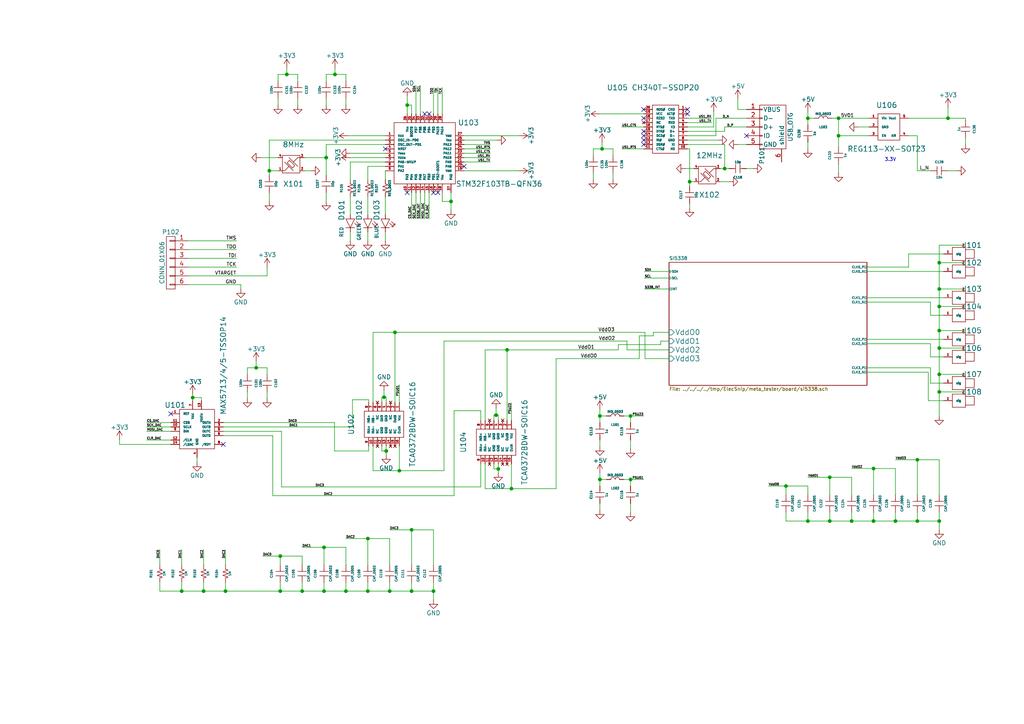
<source format=kicad_sch>
(kicad_sch (version 20230121) (generator eeschema)
  (paper "A4")
  (junction (at 87.63 171.45))
  (junction (at 81.28 161.29))
  (junction (at 114.554 96.393))
  (junction (at 243.205 39.37))
  (junction (at 243.205 34.29))
  (junction (at 272.415 88.9))
  (junction (at 97.155 21.59))
  (junction (at 130.81 58.42))
  (junction (at 253.365 135.89))
  (junction (at 234.315 34.29))
  (junction (at 65.405 171.45))
  (junction (at 55.88 115.316))
  (junction (at 119.38 153.67))
  (junction (at 118.11 30.48))
  (junction (at 173.99 139.065))
  (junction (at 240.665 151.13))
  (junction (at 59.055 171.45))
  (junction (at 266.065 133.35))
  (junction (at 144.526 136.017))
  (junction (at 100.33 171.45))
  (junction (at 52.705 171.45))
  (junction (at 272.415 108.585))
  (junction (at 274.955 34.29))
  (junction (at 272.415 83.82))
  (junction (at 259.715 151.13))
  (junction (at 83.185 21.59))
  (junction (at 272.415 100.965))
  (junction (at 93.98 171.45))
  (junction (at 78.105 49.53))
  (junction (at 119.38 171.45))
  (junction (at 106.68 171.45))
  (junction (at 272.415 113.665))
  (junction (at 272.415 76.2))
  (junction (at 247.015 151.13))
  (junction (at 125.73 171.45))
  (junction (at 143.891 120.396))
  (junction (at 94.615 45.72))
  (junction (at 173.99 120.65))
  (junction (at 113.03 171.45))
  (junction (at 234.315 151.13))
  (junction (at 200.025 52.705))
  (junction (at 272.415 95.885))
  (junction (at 81.28 171.45))
  (junction (at 106.68 156.21))
  (junction (at 174.625 43.18))
  (junction (at 240.665 138.43))
  (junction (at 210.185 48.895))
  (junction (at 272.415 151.13))
  (junction (at 147.066 101.473))
  (junction (at 111.379 115.189))
  (junction (at 227.965 140.97))
  (junction (at 112.014 130.81))
  (junction (at 182.88 139.065))
  (junction (at 93.98 158.75))
  (junction (at 115.824 136.525))
  (junction (at 253.365 151.13))
  (junction (at 182.88 120.65))
  (junction (at 148.336 141.732))
  (junction (at 74.295 106.68))
  (junction (at 266.065 151.13))
  (no_connect (at 127 55.88))
  (no_connect (at 216.535 39.37))
  (no_connect (at 186.69 40.64))
  (no_connect (at 186.69 39.37))
  (no_connect (at 186.69 41.91))
  (no_connect (at 186.69 31.75))
  (no_connect (at 199.39 31.75))
  (no_connect (at 118.11 55.88))
  (no_connect (at 124.46 33.02))
  (no_connect (at 186.69 38.1))
  (no_connect (at 123.19 33.02))
  (no_connect (at 125.73 55.88))
  (no_connect (at 64.77 128.905))
  (no_connect (at 49.53 120.015))
  (no_connect (at 199.39 33.02))
  (no_connect (at 186.69 34.29))
  (no_connect (at 134.62 48.26))
  (no_connect (at 111.76 43.18))
  (wire (pts (xy 279.4 71.12) (xy 279.4 71.755)))
  (wire (pts (xy 199.39 36.83) (xy 207.01 36.83)))
  (wire (pts (xy 131.699 119.126) (xy 131.699 143.764)))
  (wire (pts (xy 175.895 139.065) (xy 173.99 139.065)))
  (wire (pts (xy 114.554 96.393) (xy 114.554 116.713)))
  (wire (pts (xy 147.066 101.473) (xy 179.324 101.473)))
  (wire (pts (xy 78.105 40.64) (xy 78.105 49.53)))
  (wire (pts (xy 272.415 83.82) (xy 272.415 88.9)))
  (wire (pts (xy 144.526 136.017) (xy 144.526 137.16)))
  (wire (pts (xy 199.39 34.29) (xy 206.375 34.29)))
  (wire (pts (xy 234.315 41.275) (xy 234.315 43.18)))
  (wire (pts (xy 269.24 107.95) (xy 269.24 116.205)))
  (wire (pts (xy 207.645 34.29) (xy 207.645 39.37)))
  (wire (pts (xy 172.085 43.18) (xy 174.625 43.18)))
  (wire (pts (xy 143.256 134.62) (xy 143.256 136.017)))
  (wire (pts (xy 266.065 49.53) (xy 266.065 39.37)))
  (wire (pts (xy 207.01 36.83) (xy 207.01 32.385)))
  (wire (pts (xy 55.88 115.316) (xy 55.88 116.205)))
  (wire (pts (xy 81.28 163.83) (xy 81.28 161.29)))
  (wire (pts (xy 263.525 39.37) (xy 266.065 39.37)))
  (wire (pts (xy 173.99 33.02) (xy 186.69 33.02)))
  (wire (pts (xy 80.645 28.575) (xy 80.645 30.48)))
  (wire (pts (xy 52.705 171.45) (xy 59.055 171.45)))
  (wire (pts (xy 227.965 151.13) (xy 234.315 151.13)))
  (wire (pts (xy 185.42 97.409) (xy 189.484 97.409)))
  (wire (pts (xy 247.015 138.43) (xy 247.015 143.51)))
  (wire (pts (xy 88.265 49.53) (xy 90.17 49.53)))
  (wire (pts (xy 130.81 55.88) (xy 130.81 58.42)))
  (wire (pts (xy 121.92 55.88) (xy 121.92 63.5)))
  (wire (pts (xy 59.055 163.83) (xy 59.055 159.385)))
  (wire (pts (xy 93.98 171.45) (xy 100.33 171.45)))
  (wire (pts (xy 119.38 30.48) (xy 118.11 30.48)))
  (wire (pts (xy 172.085 43.18) (xy 172.085 45.085)))
  (wire (pts (xy 113.03 153.67) (xy 119.38 153.67)))
  (wire (pts (xy 150.495 39.37) (xy 134.62 39.37)))
  (wire (pts (xy 227.965 143.51) (xy 227.965 140.97)))
  (wire (pts (xy 101.6 46.99) (xy 101.6 52.07)))
  (wire (pts (xy 79.121 126.365) (xy 79.121 143.764)))
  (wire (pts (xy 119.38 168.91) (xy 119.38 171.45)))
  (wire (pts (xy 113.03 168.91) (xy 113.03 171.45)))
  (wire (pts (xy 207.645 39.37) (xy 199.39 39.37)))
  (wire (pts (xy 121.92 33.02) (xy 121.92 24.765)))
  (wire (pts (xy 272.415 148.59) (xy 272.415 151.13)))
  (wire (pts (xy 78.105 40.64) (xy 111.76 40.64)))
  (wire (pts (xy 243.205 39.37) (xy 243.205 42.545)))
  (wire (pts (xy 112.014 129.413) (xy 112.014 130.81)))
  (wire (pts (xy 100.33 21.59) (xy 100.33 23.495)))
  (wire (pts (xy 194.056 80.645) (xy 186.944 80.645)))
  (wire (pts (xy 83.185 19.685) (xy 83.185 21.59)))
  (wire (pts (xy 234.315 148.59) (xy 234.315 151.13)))
  (wire (pts (xy 111.76 45.72) (xy 101.6 45.72)))
  (wire (pts (xy 119.38 33.02) (xy 119.38 30.48)))
  (wire (pts (xy 251.46 99.695) (xy 269.875 99.695)))
  (wire (pts (xy 210.185 36.83) (xy 216.535 36.83)))
  (wire (pts (xy 94.615 28.575) (xy 94.615 30.48)))
  (wire (pts (xy 243.205 39.37) (xy 252.095 39.37)))
  (wire (pts (xy 279.4 95.885) (xy 272.415 95.885)))
  (wire (pts (xy 269.875 87.63) (xy 269.875 91.44)))
  (wire (pts (xy 181.864 98.933) (xy 181.864 101.473)))
  (wire (pts (xy 139.446 141.224) (xy 139.446 134.62)))
  (wire (pts (xy 194.056 78.74) (xy 186.944 78.74)))
  (wire (pts (xy 191.643 98.933) (xy 194.056 98.933)))
  (wire (pts (xy 279.4 89.535) (xy 279.4 88.9)))
  (wire (pts (xy 279.4 108.585) (xy 272.415 108.585)))
  (wire (pts (xy 124.46 55.88) (xy 124.46 63.5)))
  (wire (pts (xy 77.47 106.68) (xy 77.47 108.585)))
  (wire (pts (xy 143.256 120.396) (xy 143.256 121.92)))
  (wire (pts (xy 110.744 115.189) (xy 111.379 115.189)))
  (wire (pts (xy 199.39 43.18) (xy 200.025 43.18)))
  (wire (pts (xy 128.778 98.933) (xy 181.864 98.933)))
  (wire (pts (xy 279.4 109.22) (xy 279.4 108.585)))
  (wire (pts (xy 125.73 153.67) (xy 125.73 163.83)))
  (wire (pts (xy 110.744 130.81) (xy 112.014 130.81)))
  (wire (pts (xy 161.29 141.732) (xy 161.29 104.013)))
  (wire (pts (xy 177.8 50.165) (xy 177.8 52.07)))
  (wire (pts (xy 86.36 21.59) (xy 86.36 23.495)))
  (wire (pts (xy 119.38 163.83) (xy 119.38 153.67)))
  (wire (pts (xy 140.716 141.732) (xy 148.336 141.732)))
  (wire (pts (xy 123.19 55.88) (xy 123.19 63.5)))
  (wire (pts (xy 269.875 49.53) (xy 266.065 49.53)))
  (wire (pts (xy 143.891 118.364) (xy 143.891 120.396)))
  (wire (pts (xy 200.025 59.055) (xy 200.025 60.325)))
  (wire (pts (xy 93.98 168.91) (xy 93.98 171.45)))
  (wire (pts (xy 55.88 114.3) (xy 55.88 115.316)))
  (wire (pts (xy 100.33 156.21) (xy 106.68 156.21)))
  (wire (pts (xy 241.3 34.29) (xy 243.205 34.29)))
  (wire (pts (xy 252.095 36.83) (xy 248.92 36.83)))
  (wire (pts (xy 94.615 45.72) (xy 94.615 50.8)))
  (wire (pts (xy 100.33 171.45) (xy 106.68 171.45)))
  (wire (pts (xy 243.205 34.29) (xy 243.205 39.37)))
  (wire (pts (xy 118.11 30.48) (xy 118.11 33.02)))
  (wire (pts (xy 87.63 171.45) (xy 93.98 171.45)))
  (wire (pts (xy 114.554 96.393) (xy 187.071 96.393)))
  (wire (pts (xy 251.46 78.74) (xy 273.685 78.74)))
  (wire (pts (xy 52.705 163.83) (xy 52.705 159.385)))
  (wire (pts (xy 46.355 171.45) (xy 52.705 171.45)))
  (wire (pts (xy 108.204 136.525) (xy 115.824 136.525)))
  (wire (pts (xy 97.028 130.81) (xy 106.934 130.81)))
  (wire (pts (xy 199.39 38.1) (xy 210.185 38.1)))
  (wire (pts (xy 106.68 48.26) (xy 106.68 52.07)))
  (wire (pts (xy 110.744 129.413) (xy 110.744 130.81)))
  (wire (pts (xy 54.61 69.85) (xy 68.58 69.85)))
  (wire (pts (xy 279.4 101.6) (xy 279.4 100.965)))
  (wire (pts (xy 97.155 19.685) (xy 97.155 21.59)))
  (wire (pts (xy 69.85 82.55) (xy 69.85 83.82)))
  (wire (pts (xy 100.33 28.575) (xy 100.33 30.48)))
  (wire (pts (xy 240.665 151.13) (xy 240.665 148.59)))
  (wire (pts (xy 180.975 120.65) (xy 182.88 120.65)))
  (wire (pts (xy 266.065 151.13) (xy 266.065 148.59)))
  (wire (pts (xy 115.824 136.525) (xy 128.778 136.525)))
  (wire (pts (xy 106.68 67.31) (xy 106.68 69.85)))
  (wire (pts (xy 119.38 55.88) (xy 119.38 63.5)))
  (wire (pts (xy 200.025 52.705) (xy 200.025 53.975)))
  (wire (pts (xy 102.235 115.951) (xy 106.934 115.951)))
  (wire (pts (xy 243.205 34.29) (xy 252.095 34.29)))
  (wire (pts (xy 64.77 126.365) (xy 79.121 126.365)))
  (wire (pts (xy 186.69 36.83) (xy 180.34 36.83)))
  (wire (pts (xy 111.379 113.157) (xy 111.379 115.189)))
  (wire (pts (xy 111.76 48.26) (xy 106.68 48.26)))
  (wire (pts (xy 263.525 73.66) (xy 273.685 73.66)))
  (wire (pts (xy 210.185 48.895) (xy 211.455 48.895)))
  (wire (pts (xy 65.405 163.83) (xy 65.405 159.385)))
  (wire (pts (xy 148.336 134.62) (xy 148.336 141.732)))
  (wire (pts (xy 279.4 84.455) (xy 279.4 83.82)))
  (wire (pts (xy 201.295 48.895) (xy 198.755 48.895)))
  (wire (pts (xy 279.4 100.965) (xy 272.415 100.965)))
  (wire (pts (xy 144.526 134.62) (xy 144.526 136.017)))
  (wire (pts (xy 77.47 113.665) (xy 77.47 115.57)))
  (wire (pts (xy 134.62 46.99) (xy 142.24 46.99)))
  (wire (pts (xy 112.014 115.189) (xy 112.014 116.713)))
  (wire (pts (xy 182.88 146.05) (xy 182.88 148.59)))
  (wire (pts (xy 74.295 106.68) (xy 77.47 106.68)))
  (wire (pts (xy 87.63 168.91) (xy 87.63 171.45)))
  (wire (pts (xy 106.68 156.21) (xy 113.03 156.21)))
  (wire (pts (xy 259.715 133.35) (xy 266.065 133.35)))
  (wire (pts (xy 106.68 163.83) (xy 106.68 156.21)))
  (wire (pts (xy 177.8 43.18) (xy 177.8 45.085)))
  (wire (pts (xy 52.705 168.91) (xy 52.705 171.45)))
  (wire (pts (xy 272.415 113.665) (xy 272.415 120.65)))
  (wire (pts (xy 210.185 41.91) (xy 210.185 48.895)))
  (wire (pts (xy 111.76 49.53) (xy 111.76 52.07)))
  (wire (pts (xy 187.071 104.013) (xy 194.056 104.013)))
  (wire (pts (xy 269.875 106.68) (xy 269.875 111.125)))
  (wire (pts (xy 46.355 168.91) (xy 46.355 171.45)))
  (wire (pts (xy 120.65 33.02) (xy 120.65 24.765)))
  (wire (pts (xy 272.415 71.12) (xy 279.4 71.12)))
  (wire (pts (xy 174.625 43.18) (xy 177.8 43.18)))
  (wire (pts (xy 128.27 55.88) (xy 128.27 58.42)))
  (wire (pts (xy 208.915 48.895) (xy 210.185 48.895)))
  (wire (pts (xy 128.778 136.525) (xy 128.778 98.933)))
  (wire (pts (xy 148.336 141.732) (xy 161.29 141.732)))
  (wire (pts (xy 106.68 168.91) (xy 106.68 171.45)))
  (wire (pts (xy 120.65 55.88) (xy 120.65 63.5)))
  (wire (pts (xy 266.065 143.51) (xy 266.065 133.35)))
  (wire (pts (xy 131.699 119.126) (xy 139.446 119.126)))
  (wire (pts (xy 143.256 120.396) (xy 143.891 120.396)))
  (wire (pts (xy 87.63 158.75) (xy 93.98 158.75)))
  (wire (pts (xy 134.62 40.64) (xy 144.145 40.64)))
  (wire (pts (xy 100.33 168.91) (xy 100.33 171.45)))
  (wire (pts (xy 272.415 108.585) (xy 272.415 113.665)))
  (wire (pts (xy 144.526 120.396) (xy 144.526 121.92)))
  (wire (pts (xy 93.98 158.75) (xy 100.33 158.75)))
  (wire (pts (xy 80.645 21.59) (xy 80.645 23.495)))
  (wire (pts (xy 106.934 130.81) (xy 106.934 129.413)))
  (wire (pts (xy 253.365 151.13) (xy 253.365 148.59)))
  (wire (pts (xy 94.615 55.88) (xy 94.615 58.42)))
  (wire (pts (xy 213.995 28.575) (xy 213.995 31.75)))
  (wire (pts (xy 279.4 76.835) (xy 279.4 76.2)))
  (wire (pts (xy 78.105 55.88) (xy 78.105 58.42)))
  (wire (pts (xy 234.315 143.51) (xy 234.315 140.97)))
  (wire (pts (xy 94.615 45.72) (xy 88.265 45.72)))
  (wire (pts (xy 87.63 161.29) (xy 81.28 161.29)))
  (wire (pts (xy 143.891 120.396) (xy 144.526 120.396)))
  (wire (pts (xy 199.39 41.91) (xy 210.185 41.91)))
  (wire (pts (xy 251.46 77.47) (xy 263.525 77.47)))
  (wire (pts (xy 112.014 130.81) (xy 112.014 131.953)))
  (wire (pts (xy 280.035 40.005) (xy 280.035 41.91)))
  (wire (pts (xy 279.4 96.52) (xy 279.4 95.885)))
  (wire (pts (xy 227.965 140.97) (xy 222.885 140.97)))
  (wire (pts (xy 71.755 113.665) (xy 71.755 115.57)))
  (wire (pts (xy 113.03 156.21) (xy 113.03 163.83)))
  (wire (pts (xy 240.665 143.51) (xy 240.665 138.43)))
  (wire (pts (xy 247.015 135.89) (xy 253.365 135.89)))
  (wire (pts (xy 234.315 138.43) (xy 240.665 138.43)))
  (wire (pts (xy 180.975 139.065) (xy 182.88 139.065)))
  (wire (pts (xy 150.495 49.53) (xy 134.62 49.53)))
  (wire (pts (xy 279.4 88.9) (xy 272.415 88.9)))
  (wire (pts (xy 81.28 161.29) (xy 76.2 161.29)))
  (wire (pts (xy 208.915 52.705) (xy 211.455 52.705)))
  (wire (pts (xy 240.665 151.13) (xy 247.015 151.13)))
  (wire (pts (xy 111.76 41.91) (xy 94.615 41.91)))
  (wire (pts (xy 199.39 35.56) (xy 206.375 35.56)))
  (wire (pts (xy 143.256 136.017) (xy 144.526 136.017)))
  (wire (pts (xy 161.29 104.013) (xy 185.42 104.013)))
  (wire (pts (xy 187.071 96.393) (xy 187.071 104.013)))
  (wire (pts (xy 115.824 129.413) (xy 115.824 136.525)))
  (wire (pts (xy 272.415 100.965) (xy 272.415 108.585)))
  (wire (pts (xy 269.875 111.125) (xy 273.685 111.125)))
  (wire (pts (xy 71.755 106.68) (xy 74.295 106.68)))
  (wire (pts (xy 280.035 34.29) (xy 280.035 34.925)))
  (wire (pts (xy 272.415 151.13) (xy 272.415 153.67)))
  (wire (pts (xy 253.365 135.89) (xy 259.715 135.89)))
  (wire (pts (xy 100.965 39.37) (xy 111.76 39.37)))
  (wire (pts (xy 186.69 43.18) (xy 180.34 43.18)))
  (wire (pts (xy 269.24 116.205) (xy 273.685 116.205)))
  (wire (pts (xy 269.875 91.44) (xy 273.685 91.44)))
  (wire (pts (xy 251.46 98.425) (xy 273.685 98.425)))
  (wire (pts (xy 179.324 101.473) (xy 179.324 99.949)))
  (wire (pts (xy 34.671 128.905) (xy 34.671 127.508)))
  (wire (pts (xy 234.315 32.385) (xy 234.315 34.29)))
  (wire (pts (xy 173.99 137.16) (xy 173.99 139.065)))
  (wire (pts (xy 234.315 34.29) (xy 234.315 36.195)))
  (wire (pts (xy 269.875 99.695) (xy 269.875 103.505)))
  (wire (pts (xy 148.336 121.92) (xy 148.336 116.84)))
  (wire (pts (xy 59.055 168.91) (xy 59.055 171.45)))
  (wire (pts (xy 125.73 168.91) (xy 125.73 171.45)))
  (wire (pts (xy 111.76 46.99) (xy 101.6 46.99)))
  (wire (pts (xy 78.105 49.53) (xy 80.645 49.53)))
  (wire (pts (xy 173.99 127.635) (xy 173.99 129.54)))
  (wire (pts (xy 200.025 43.18) (xy 200.025 52.705)))
  (wire (pts (xy 118.11 27.94) (xy 118.11 30.48)))
  (wire (pts (xy 74.295 104.775) (xy 74.295 106.68)))
  (wire (pts (xy 46.355 159.385) (xy 46.355 163.83)))
  (wire (pts (xy 274.955 34.29) (xy 274.955 31.115)))
  (wire (pts (xy 179.324 99.949) (xy 191.643 99.949)))
  (wire (pts (xy 111.76 57.15) (xy 111.76 62.23)))
  (wire (pts (xy 251.46 106.68) (xy 269.875 106.68)))
  (wire (pts (xy 173.99 146.05) (xy 173.99 147.955)))
  (wire (pts (xy 139.446 119.126) (xy 139.446 121.92)))
  (wire (pts (xy 101.6 44.45) (xy 111.76 44.45)))
  (wire (pts (xy 259.715 135.89) (xy 259.715 143.51)))
  (wire (pts (xy 189.484 97.409) (xy 189.484 96.393)))
  (wire (pts (xy 101.6 67.31) (xy 101.6 69.85)))
  (wire (pts (xy 134.62 41.91) (xy 142.24 41.91)))
  (wire (pts (xy 97.028 122.555) (xy 97.028 130.81)))
  (wire (pts (xy 253.365 151.13) (xy 259.715 151.13)))
  (wire (pts (xy 189.484 96.393) (xy 194.056 96.393)))
  (wire (pts (xy 54.61 82.55) (xy 69.85 82.55)))
  (wire (pts (xy 106.68 57.15) (xy 106.68 62.23)))
  (wire (pts (xy 266.065 151.13) (xy 272.415 151.13)))
  (wire (pts (xy 128.27 58.42) (xy 130.81 58.42)))
  (wire (pts (xy 173.99 139.065) (xy 173.99 140.97)))
  (wire (pts (xy 113.03 171.45) (xy 119.38 171.45)))
  (wire (pts (xy 58.42 116.205) (xy 58.42 115.316)))
  (wire (pts (xy 54.61 72.39) (xy 68.58 72.39)))
  (wire (pts (xy 175.895 120.65) (xy 173.99 120.65)))
  (wire (pts (xy 279.4 76.2) (xy 272.415 76.2)))
  (wire (pts (xy 81.28 168.91) (xy 81.28 171.45)))
  (wire (pts (xy 64.77 125.095) (xy 81.661 125.095)))
  (wire (pts (xy 108.204 96.393) (xy 114.554 96.393)))
  (wire (pts (xy 173.99 118.745) (xy 173.99 120.65)))
  (wire (pts (xy 80.645 21.59) (xy 83.185 21.59)))
  (wire (pts (xy 182.88 139.065) (xy 186.69 139.065)))
  (wire (pts (xy 269.875 103.505) (xy 273.685 103.505)))
  (wire (pts (xy 78.105 49.53) (xy 78.105 50.8)))
  (wire (pts (xy 119.38 171.45) (xy 125.73 171.45)))
  (wire (pts (xy 234.315 140.97) (xy 227.965 140.97)))
  (wire (pts (xy 140.716 101.473) (xy 147.066 101.473)))
  (wire (pts (xy 182.88 120.65) (xy 186.69 120.65)))
  (wire (pts (xy 49.53 125.095) (xy 42.545 125.095)))
  (wire (pts (xy 251.46 107.95) (xy 269.24 107.95)))
  (wire (pts (xy 181.864 101.473) (xy 194.056 101.473)))
  (wire (pts (xy 259.715 151.13) (xy 259.715 148.59)))
  (wire (pts (xy 272.415 133.35) (xy 272.415 143.51)))
  (wire (pts (xy 115.824 116.713) (xy 115.824 111.633)))
  (wire (pts (xy 57.15 132.715) (xy 57.15 134.112)))
  (wire (pts (xy 191.643 99.949) (xy 191.643 98.933)))
  (wire (pts (xy 134.62 43.18) (xy 142.24 43.18)))
  (wire (pts (xy 49.53 123.825) (xy 42.545 123.825)))
  (wire (pts (xy 140.716 141.732) (xy 140.716 134.62)))
  (wire (pts (xy 111.76 67.31) (xy 111.76 69.85)))
  (wire (pts (xy 131.699 143.764) (xy 79.121 143.764)))
  (wire (pts (xy 247.015 151.13) (xy 253.365 151.13)))
  (wire (pts (xy 94.615 21.59) (xy 97.155 21.59)))
  (wire (pts (xy 71.755 106.68) (xy 71.755 108.585)))
  (wire (pts (xy 218.44 48.895) (xy 216.535 48.895)))
  (wire (pts (xy 83.185 21.59) (xy 86.36 21.59)))
  (wire (pts (xy 127 33.02) (xy 127 25.4)))
  (wire (pts (xy 194.056 83.82) (xy 186.944 83.82)))
  (wire (pts (xy 101.6 57.15) (xy 101.6 62.23)))
  (wire (pts (xy 102.235 123.825) (xy 102.235 115.951)))
  (wire (pts (xy 130.81 58.42) (xy 130.81 60.96)))
  (wire (pts (xy 243.205 47.625) (xy 243.205 50.165)))
  (wire (pts (xy 134.62 45.72) (xy 142.24 45.72)))
  (wire (pts (xy 172.085 50.165) (xy 172.085 52.07)))
  (wire (pts (xy 81.661 125.095) (xy 81.661 141.224)))
  (wire (pts (xy 266.065 133.35) (xy 272.415 133.35)))
  (wire (pts (xy 119.38 153.67) (xy 125.73 153.67)))
  (wire (pts (xy 106.934 115.951) (xy 106.934 116.713)))
  (wire (pts (xy 81.661 141.224) (xy 139.446 141.224)))
  (wire (pts (xy 263.525 34.29) (xy 274.955 34.29)))
  (wire (pts (xy 80.645 45.72) (xy 75.565 45.72)))
  (wire (pts (xy 54.61 80.01) (xy 77.47 80.01)))
  (wire (pts (xy 236.22 34.29) (xy 234.315 34.29)))
  (wire (pts (xy 86.36 28.575) (xy 86.36 30.48)))
  (wire (pts (xy 49.53 127.635) (xy 42.545 127.635)))
  (wire (pts (xy 77.47 80.01) (xy 77.47 77.47)))
  (wire (pts (xy 87.63 163.83) (xy 87.63 161.29)))
  (wire (pts (xy 216.535 41.91) (xy 213.995 41.91)))
  (wire (pts (xy 81.28 171.45) (xy 87.63 171.45)))
  (wire (pts (xy 65.405 171.45) (xy 81.28 171.45)))
  (wire (pts (xy 134.62 44.45) (xy 142.24 44.45)))
  (wire (pts (xy 49.53 128.905) (xy 34.671 128.905)))
  (wire (pts (xy 64.77 123.825) (xy 102.235 123.825)))
  (wire (pts (xy 54.61 77.47) (xy 68.58 77.47)))
  (wire (pts (xy 210.185 38.1) (xy 210.185 36.83)))
  (wire (pts (xy 277.495 49.53) (xy 274.955 49.53)))
  (wire (pts (xy 93.98 163.83) (xy 93.98 158.75)))
  (wire (pts (xy 173.99 120.65) (xy 173.99 122.555)))
  (wire (pts (xy 279.4 83.82) (xy 272.415 83.82)))
  (wire (pts (xy 200.025 52.705) (xy 201.295 52.705)))
  (wire (pts (xy 108.204 96.393) (xy 108.204 116.713)))
  (wire (pts (xy 94.615 21.59) (xy 94.615 23.495)))
  (wire (pts (xy 185.42 104.013) (xy 185.42 97.409)))
  (wire (pts (xy 106.68 171.45) (xy 113.03 171.45)))
  (wire (pts (xy 49.53 122.555) (xy 42.545 122.555)))
  (wire (pts (xy 110.744 115.189) (xy 110.744 116.713)))
  (wire (pts (xy 272.415 76.2) (xy 272.415 83.82)))
  (wire (pts (xy 97.155 21.59) (xy 100.33 21.59)))
  (wire (pts (xy 251.46 87.63) (xy 269.875 87.63)))
  (wire (pts (xy 58.42 115.316) (xy 55.88 115.316)))
  (wire (pts (xy 259.715 151.13) (xy 266.065 151.13)))
  (wire (pts (xy 94.615 41.91) (xy 94.615 45.72)))
  (wire (pts (xy 147.066 121.92) (xy 147.066 101.473)))
  (wire (pts (xy 140.716 101.473) (xy 140.716 121.92)))
  (wire (pts (xy 182.88 120.65) (xy 182.88 122.555)))
  (wire (pts (xy 54.61 74.93) (xy 68.58 74.93)))
  (wire (pts (xy 59.055 171.45) (xy 65.405 171.45)))
  (wire (pts (xy 272.415 71.12) (xy 272.415 76.2)))
  (wire (pts (xy 240.665 138.43) (xy 247.015 138.43)))
  (wire (pts (xy 234.315 151.13) (xy 240.665 151.13)))
  (wire (pts (xy 253.365 143.51) (xy 253.365 135.89)))
  (wire (pts (xy 213.995 31.75) (xy 216.535 31.75)))
  (wire (pts (xy 182.88 127.635) (xy 182.88 130.175)))
  (wire (pts (xy 279.4 114.3) (xy 279.4 113.665)))
  (wire (pts (xy 174.625 41.275) (xy 174.625 43.18)))
  (wire (pts (xy 247.015 151.13) (xy 247.015 148.59)))
  (wire (pts (xy 227.965 148.59) (xy 227.965 151.13)))
  (wire (pts (xy 125.73 33.02) (xy 125.73 25.4)))
  (wire (pts (xy 199.39 40.64) (xy 208.28 40.64)))
  (wire (pts (xy 272.415 95.885) (xy 272.415 100.965)))
  (wire (pts (xy 128.27 33.02) (xy 128.27 25.4)))
  (wire (pts (xy 272.415 88.9) (xy 272.415 95.885)))
  (wire (pts (xy 111.379 115.189) (xy 112.014 115.189)))
  (wire (pts (xy 274.955 34.29) (xy 280.035 34.29)))
  (wire (pts (xy 279.4 113.665) (xy 272.415 113.665)))
  (wire (pts (xy 251.46 86.36) (xy 273.685 86.36)))
  (wire (pts (xy 216.535 34.29) (xy 207.645 34.29)))
  (wire (pts (xy 65.405 168.91) (xy 65.405 171.45)))
  (wire (pts (xy 182.88 139.065) (xy 182.88 140.97)))
  (wire (pts (xy 125.73 171.45) (xy 125.73 173.99)))
  (wire (pts (xy 263.525 77.47) (xy 263.525 73.66)))
  (wire (pts (xy 108.204 136.525) (xy 108.204 129.413)))
  (wire (pts (xy 64.77 122.555) (xy 97.028 122.555)))
  (wire (pts (xy 100.33 158.75) (xy 100.33 163.83)))
  (text "3.3V" (at 256.54 46.99 0) (effects (font (size 0.9906 0.9906)) (justify left bottom)))
  (label "SCL" (at 121.92 24.765 270) (effects (font (size 0.635 0.635))))
  (label "DAC2" (at 100.33 156.21 0) (effects (font (size 0.635 0.635))))
  (label "DAC1" (at 83.82 123.825 0) (effects (font (size 0.635 0.635))))
  (label "VddO2" (at 247.015 135.89 0) (effects (font (size 0.635 0.635))))
  (label "DAC0" (at 46.355 159.385 270) (effects (font (size 0.635 0.635))))
  (label "D_P" (at 210.82 36.83 0) (effects (font (size 0.635 0.635))))
  (label "D_N" (at 209.55 34.29 0) (effects (font (size 0.635 0.635))))
  (label "US1_RTS" (at 180.34 43.18 0) (effects (font (size 0.635 0.635))))
  (label "VddO1" (at 234.315 138.43 0) (effects (font (size 0.635 0.635))))
  (label "GND" (at 68.58 82.55 180) (effects (font (size 0.9906 0.9906))))
  (label "VddO3" (at 173.482 96.393 0) (effects (font (size 0.9906 0.9906))))
  (label "5338_INT" (at 121.92 63.5 90) (effects (font (size 0.635 0.635))))
  (label "US1_CTS" (at 180.34 36.83 0) (effects (font (size 0.635 0.635))))
  (label "TCK" (at 128.27 25.4 270) (effects (font (size 0.635 0.635))))
  (label "VddO1" (at 167.64 101.473 0) (effects (font (size 0.9906 0.9906))))
  (label "US1_CTS" (at 142.24 44.45 180) (effects (font (size 0.635 0.635))))
  (label "TCK" (at 68.58 77.47 180) (effects (font (size 0.9906 0.9906))))
  (label "5338_INT" (at 186.944 83.82 0) (effects (font (size 0.635 0.635))))
  (label "PSU01" (at 186.69 139.065 180) (effects (font (size 0.635 0.635))))
  (label "SCK_DAC" (at 120.65 63.5 90) (effects (font (size 0.635 0.635))))
  (label "US1_RTS" (at 142.24 43.18 180) (effects (font (size 0.635 0.635))))
  (label "MOSI_DAC" (at 42.545 125.095 0) (effects (font (size 0.635 0.635))))
  (label "VddO2" (at 173.609 98.933 0) (effects (font (size 0.9906 0.9906))))
  (label "US1_TX" (at 206.375 35.56 180) (effects (font (size 0.635 0.635))))
  (label "DAC0" (at 76.2 161.29 0) (effects (font (size 0.635 0.635))))
  (label "TDI" (at 68.58 74.93 180) (effects (font (size 0.9906 0.9906))))
  (label "DAC3" (at 113.03 153.67 0) (effects (font (size 0.635 0.635))))
  (label "DAC3" (at 65.405 159.385 270) (effects (font (size 0.635 0.635))))
  (label "DAC0" (at 83.566 122.555 0) (effects (font (size 0.635 0.635))))
  (label "DAC1" (at 52.705 159.385 270) (effects (font (size 0.635 0.635))))
  (label "SDA" (at 120.65 24.765 270) (effects (font (size 0.635 0.635))))
  (label "SDA" (at 186.944 78.74 0) (effects (font (size 0.635 0.635))))
  (label "PSU23" (at 186.69 120.65 180) (effects (font (size 0.635 0.635))))
  (label "VTARGET" (at 68.58 80.01 180) (effects (font (size 0.9906 0.9906))))
  (label "CLR_DAC" (at 124.46 63.5 90) (effects (font (size 0.635 0.635))))
  (label "PSU23" (at 148.336 116.84 270) (effects (font (size 0.635 0.635))))
  (label "VddO0" (at 168.402 104.013 0) (effects (font (size 0.9906 0.9906))))
  (label "VddO3" (at 259.715 133.35 0) (effects (font (size 0.635 0.635))))
  (label "SCK_DAC" (at 42.545 123.825 0) (effects (font (size 0.635 0.635))))
  (label "TMS" (at 142.24 41.91 180) (effects (font (size 0.635 0.635))))
  (label "CLR_DAC" (at 42.545 127.635 0) (effects (font (size 0.635 0.635))))
  (label "5V01" (at 243.84 34.29 0) (effects (font (size 0.9906 0.9906))))
  (label "TDO" (at 125.73 25.4 270) (effects (font (size 0.635 0.635))))
  (label "CS_DAC" (at 119.38 63.5 90) (effects (font (size 0.635 0.635))))
  (label "TDI" (at 127 25.4 270) (effects (font (size 0.635 0.635))))
  (label "US1_RX" (at 142.24 45.72 180) (effects (font (size 0.635 0.635))))
  (label "US1_TX" (at 142.24 46.99 180) (effects (font (size 0.635 0.635))))
  (label "DAC1" (at 87.63 158.75 0) (effects (font (size 0.635 0.635))))
  (label "CS_DAC" (at 42.545 122.555 0) (effects (font (size 0.635 0.635))))
  (label "DAC2" (at 93.853 143.764 0) (effects (font (size 0.635 0.635))))
  (label "SCL" (at 186.944 80.645 0) (effects (font (size 0.635 0.635))))
  (label "PSU01" (at 115.824 111.633 270) (effects (font (size 0.635 0.635))))
  (label "US1_RX" (at 206.375 34.29 180) (effects (font (size 0.635 0.635))))
  (label "VddO0" (at 222.885 140.97 0) (effects (font (size 0.635 0.635))))
  (label "TDO" (at 68.58 72.39 180) (effects (font (size 0.9906 0.9906))))
  (label "L_N" (at 266.7 49.53 0) (effects (font (size 0.9906 0.9906))))
  (label "DAC3" (at 91.44 141.224 0) (effects (font (size 0.635 0.635))))
  (label "TMS" (at 68.58 69.85 180) (effects (font (size 0.9906 0.9906))))
  (label "DAC2" (at 59.055 159.385 270) (effects (font (size 0.635 0.635))))
  (label "MOSI_DAC" (at 123.19 63.5 90) (effects (font (size 0.635 0.635))))
  (symbol (lib_id "meta_tester_si5338-rescue:TCA0372BDW-SOIC16") (at 144.526 128.27 270) (unit 1)
    (property "Reference" "U104" (at 134.366 128.27 0) (effects (font (size 1.524 1.524))))
    (property "Value" "TCA0372BDW-SOIC16" (at 152.146 128.27 0) (effects (font (size 1.524 1.524))))
    (property "Footprint" "SOIC:SOIC-16-10.3x7.5" (effects hide))
  )
  (symbol (lib_id "meta_tester_si5338-rescue:GND") (at 144.526 137.16 0) (unit 1)
    (property "Reference" "#PWR01" (effects hide))
    (property "Value" "GND" (at 144.526 140.97 0))
  )
  (symbol (lib_id "meta_tester_si5338-rescue:GND") (at 143.891 118.364 180) (unit 1)
    (property "Reference" "#PWR02" (effects hide))
    (property "Value" "GND" (at 143.891 114.554 0))
  )
  (symbol (lib_id "meta_tester_si5338-rescue:TCA0372BDW-SOIC16") (at 112.014 123.063 270) (unit 1)
    (property "Reference" "U102" (at 101.854 123.063 0) (effects (font (size 1.524 1.524))))
    (property "Value" "TCA0372BDW-SOIC16" (at 119.634 123.063 0) (effects (font (size 1.524 1.524))))
    (property "Footprint" "SOIC:SOIC-16-10.3x7.5" (effects hide))
  )
  (symbol (lib_id "meta_tester_si5338-rescue:GND") (at 112.014 131.953 0) (unit 1)
    (property "Reference" "#PWR03" (effects hide))
    (property "Value" "GND" (at 112.014 135.763 0))
  )
  (symbol (lib_id "meta_tester_si5338-rescue:GND") (at 111.379 113.157 180) (unit 1)
    (property "Reference" "#PWR04" (effects hide))
    (property "Value" "GND" (at 111.379 109.347 0))
  )
  (symbol (lib_id "meta_tester_si5338-rescue:STM32F103TB-QFN36") (at 121.92 44.45 0) (unit 1)
    (property "Reference" "U103" (at 135.89 35.56 0) (effects (font (size 1.524 1.524))))
    (property "Value" "STM32F103TB-QFN36" (at 144.78 53.34 0) (effects (font (size 1.524 1.524))))
    (property "Footprint" "QFN:QFN36_6x6_0.5mm" (effects hide))
  )
  (symbol (lib_id "meta_tester_si5338-rescue:GND") (at 130.81 60.96 0) (unit 1)
    (property "Reference" "#PWR09" (effects hide))
    (property "Value" "GND" (at 130.81 64.77 0))
  )
  (symbol (lib_id "meta_tester_si5338-rescue:GND") (at 144.145 40.64 90) (unit 1)
    (property "Reference" "#PWR010" (effects hide))
    (property "Value" "GND" (effects hide))
  )
  (symbol (lib_id "meta_tester_si5338-rescue:GND") (at 118.11 27.94 180) (unit 1)
    (property "Reference" "#PWR011" (effects hide))
    (property "Value" "GND" (at 118.11 24.13 0))
  )
  (symbol (lib_id "meta_tester_si5338-rescue:GND") (at 101.6 44.45 270) (unit 1)
    (property "Reference" "#PWR012" (effects hide))
    (property "Value" "GND" (effects hide))
  )
  (symbol (lib_id "meta_tester_si5338-rescue:+3.3V") (at 100.965 39.37 90) (unit 1)
    (property "Reference" "#PWR013" (effects hide))
    (property "Value" "+3.3V" (at 97.409 39.37 0))
  )
  (symbol (lib_id "meta_tester_si5338-rescue:+3.3V") (at 150.495 39.37 270) (unit 1)
    (property "Reference" "#PWR014" (effects hide))
    (property "Value" "+3.3V" (at 154.051 39.37 0))
  )
  (symbol (lib_id "meta_tester_si5338-rescue:CH340T-SSOP20") (at 193.04 36.83 0) (mirror y) (unit 1)
    (property "Reference" "U105" (at 179.07 25.4 0) (effects (font (size 1.524 1.524))))
    (property "Value" "CH340T-SSOP20" (at 193.04 25.4 0) (effects (font (size 1.524 1.524))))
    (property "Footprint" "SSOP:SSOP-20" (effects hide))
  )
  (symbol (lib_id "meta_tester_si5338-rescue:USB_OTG-RESCUE-meta_tester_si5338") (at 224.155 36.83 270) (unit 1)
    (property "Reference" "P101" (at 220.98 45.085 0))
    (property "Value" "USB_OTG" (at 229.235 36.83 0))
    (property "Footprint" "Connectors:USB_Mini-B" (effects hide))
  )
  (symbol (lib_id "meta_tester_si5338-rescue:GND") (at 213.995 41.91 270) (unit 1)
    (property "Reference" "#PWR016" (effects hide))
    (property "Value" "GND" (effects hide))
  )
  (symbol (lib_id "meta_tester_si5338-rescue:MAX5713/4/5-TSSOP14") (at 62.23 130.175 0) (unit 1)
    (property "Reference" "U101" (at 50.8 117.475 0) (effects (font (size 1.524 1.524))))
    (property "Value" "MAX5713/4/5-TSSOP14" (at 64.77 106.045 90) (effects (font (size 1.524 1.524))))
    (property "Footprint" "SSOP:SSOP14" (effects hide))
  )
  (symbol (lib_id "meta_tester_si5338-rescue:+5V") (at 213.995 28.575 0) (unit 1)
    (property "Reference" "#PWR017" (effects hide))
    (property "Value" "+5V" (at 213.995 25.019 0))
  )
  (symbol (lib_id "meta_tester_si5338-rescue:GND") (at 208.28 40.64 90) (unit 1)
    (property "Reference" "#PWR018" (effects hide))
    (property "Value" "GND" (effects hide))
  )
  (symbol (lib_id "meta_tester_si5338-rescue:SMD_XTAL_small") (at 205.74 51.435 0) (unit 1)
    (property "Reference" "X102" (at 205.74 56.515 0) (effects (font (size 1.524 1.524))))
    (property "Value" "12MHz" (at 205.74 45.085 0) (effects (font (size 1.524 1.524))))
    (property "Footprint" "Xtal_SMD:xtal_3.2x2.5" (effects hide))
  )
  (symbol (lib_id "meta_tester_si5338-rescue:GND") (at 198.755 48.895 270) (unit 1)
    (property "Reference" "#PWR019" (effects hide))
    (property "Value" "GND" (effects hide))
  )
  (symbol (lib_id "meta_tester_si5338-rescue:GND") (at 211.455 52.705 90) (unit 1)
    (property "Reference" "#PWR020" (effects hide))
    (property "Value" "GND" (effects hide))
  )
  (symbol (lib_id "meta_tester_si5338-rescue:CAP_0603") (at 200.025 56.515 270) (unit 1)
    (property "Reference" "C117" (at 197.485 56.515 0) (effects (font (size 0.635 0.635))))
    (property "Value" "10p" (at 201.93 56.515 0) (effects (font (size 0.635 0.635))))
    (property "Footprint" "General_SMD:SM0603" (effects hide))
  )
  (symbol (lib_id "meta_tester_si5338-rescue:CAP_0603") (at 213.995 48.895 0) (unit 1)
    (property "Reference" "C118" (at 213.995 51.435 0) (effects (font (size 0.635 0.635))))
    (property "Value" "10p" (at 213.995 46.99 0) (effects (font (size 0.635 0.635))))
    (property "Footprint" "General_SMD:SM0603" (effects hide))
  )
  (symbol (lib_id "meta_tester_si5338-rescue:GND") (at 218.44 48.895 90) (unit 1)
    (property "Reference" "#PWR021" (effects hide))
    (property "Value" "GND" (effects hide))
  )
  (symbol (lib_id "meta_tester_si5338-rescue:GND") (at 200.025 60.325 0) (unit 1)
    (property "Reference" "#PWR022" (effects hide))
    (property "Value" "GND" (effects hide))
  )
  (symbol (lib_id "meta_tester_si5338-rescue:REG113-XX-SOT23") (at 257.175 36.83 0) (unit 1)
    (property "Reference" "U106" (at 257.175 30.48 0) (effects (font (size 1.524 1.524))))
    (property "Value" "REG113-XX-SOT23" (at 257.175 43.18 0) (effects (font (size 1.524 1.524))))
    (property "Footprint" "SOT:SOT23-5" (effects hide))
  )
  (symbol (lib_id "meta_tester_si5338-rescue:GND") (at 248.92 36.83 270) (unit 1)
    (property "Reference" "#PWR023" (effects hide))
    (property "Value" "GND" (effects hide))
  )
  (symbol (lib_id "meta_tester_si5338-rescue:+3.3V") (at 274.955 31.115 0) (unit 1)
    (property "Reference" "#PWR024" (effects hide))
    (property "Value" "+3.3V" (at 274.955 27.559 0))
  )
  (symbol (lib_id "meta_tester_si5338-rescue:CAP_0603") (at 272.415 49.53 180) (unit 1)
    (property "Reference" "C128" (at 272.415 46.99 0) (effects (font (size 0.635 0.635))))
    (property "Value" "10n" (at 272.415 51.435 0) (effects (font (size 0.635 0.635))))
    (property "Footprint" "General_SMD:SM0603" (effects hide))
  )
  (symbol (lib_id "meta_tester_si5338-rescue:GND") (at 277.495 49.53 90) (unit 1)
    (property "Reference" "#PWR025" (effects hide))
    (property "Value" "GND" (effects hide))
  )
  (symbol (lib_id "meta_tester_si5338-rescue:CAP_0805") (at 243.205 45.085 270) (unit 1)
    (property "Reference" "C123" (at 240.665 45.085 0) (effects (font (size 0.635 0.635))))
    (property "Value" "1u" (at 245.11 45.085 0) (effects (font (size 0.635 0.635))))
    (property "Footprint" "General_SMD:SM0805" (effects hide))
  )
  (symbol (lib_id "meta_tester_si5338-rescue:GND") (at 243.205 50.165 0) (unit 1)
    (property "Reference" "#PWR026" (effects hide))
    (property "Value" "GND" (effects hide))
  )
  (symbol (lib_id "meta_tester_si5338-rescue:IND_0603") (at 238.76 34.29 0) (unit 1)
    (property "Reference" "L103" (at 238.76 36.83 0) (effects (font (size 0.635 0.635))))
    (property "Value" "IND_0603" (at 238.76 33.02 0) (effects (font (size 0.635 0.635))))
    (property "Footprint" "General_SMD:SM0603" (effects hide))
  )
  (symbol (lib_id "meta_tester_si5338-rescue:CAP_0805") (at 234.315 38.735 270) (unit 1)
    (property "Reference" "C120" (at 231.775 38.735 0) (effects (font (size 0.635 0.635))))
    (property "Value" "1u" (at 236.22 38.735 0) (effects (font (size 0.635 0.635))))
    (property "Footprint" "General_SMD:SM0805" (effects hide))
  )
  (symbol (lib_id "meta_tester_si5338-rescue:GND") (at 234.315 43.18 0) (unit 1)
    (property "Reference" "#PWR027" (effects hide))
    (property "Value" "GND" (effects hide))
  )
  (symbol (lib_id "meta_tester_si5338-rescue:+5V") (at 234.315 32.385 0) (unit 1)
    (property "Reference" "#PWR028" (effects hide))
    (property "Value" "+5V" (at 234.315 28.829 0))
  )
  (symbol (lib_id "meta_tester_si5338-rescue:+3.3V") (at 207.01 32.385 0) (unit 1)
    (property "Reference" "#PWR029" (effects hide))
    (property "Value" "+3.3V" (at 207.01 28.829 0))
  )
  (symbol (lib_id "meta_tester_si5338-rescue:+3.3V") (at 173.99 33.02 90) (unit 1)
    (property "Reference" "#PWR030" (effects hide))
    (property "Value" "+3.3V" (at 170.434 33.02 0))
  )
  (symbol (lib_id "meta_tester_si5338-rescue:LED") (at 101.6 64.77 270) (unit 1)
    (property "Reference" "D101" (at 99.06 60.96 0) (effects (font (size 1.524 1.524))))
    (property "Value" "RED" (at 99.06 67.31 0) (effects (font (size 0.9906 0.9906))))
    (property "Footprint" "General_SMD:LED-0603" (effects hide))
  )
  (symbol (lib_id "meta_tester_si5338-rescue:LED") (at 106.68 64.77 270) (unit 1)
    (property "Reference" "D102" (at 104.14 60.96 0) (effects (font (size 1.524 1.524))))
    (property "Value" "GREEN" (at 104.14 67.31 0) (effects (font (size 0.9906 0.9906))))
    (property "Footprint" "General_SMD:LED-0603" (effects hide))
  )
  (symbol (lib_id "meta_tester_si5338-rescue:LED") (at 111.76 64.77 270) (unit 1)
    (property "Reference" "D103" (at 109.22 60.96 0) (effects (font (size 1.524 1.524))))
    (property "Value" "BLUE" (at 109.22 67.31 0) (effects (font (size 0.9906 0.9906))))
    (property "Footprint" "General_SMD:LED-0603" (effects hide))
  )
  (symbol (lib_id "meta_tester_si5338-rescue:+3.3V") (at 77.47 77.47 0) (unit 1)
    (property "Reference" "#PWR048" (effects hide))
    (property "Value" "+3.3V" (at 77.47 73.914 0))
  )
  (symbol (lib_id "meta_tester_si5338-rescue:GND") (at 69.85 83.82 0) (unit 1)
    (property "Reference" "#PWR049" (effects hide))
    (property "Value" "GND" (at 69.85 87.63 0))
  )
  (symbol (lib_id "meta_tester_si5338-rescue:CAP_0805") (at 280.035 37.465 90) (unit 1)
    (property "Reference" "C130" (at 282.575 37.465 0) (effects (font (size 0.635 0.635))))
    (property "Value" "1u" (at 278.13 37.465 0) (effects (font (size 0.635 0.635))))
    (property "Footprint" "General_SMD:SM0805" (effects hide))
  )
  (symbol (lib_id "meta_tester_si5338-rescue:GND") (at 280.035 41.91 0) (unit 1)
    (property "Reference" "#PWR031" (effects hide))
    (property "Value" "GND" (effects hide))
  )
  (symbol (lib_id "meta_tester_si5338-rescue:+3.3V") (at 101.6 45.72 90) (unit 1)
    (property "Reference" "#PWR050" (effects hide))
    (property "Value" "+3.3V" (at 98.044 45.72 0))
  )
  (symbol (lib_id "meta_tester_si5338-rescue:RES_0603") (at 65.405 166.37 270) (unit 1)
    (property "Reference" "R104" (at 62.865 166.37 0) (effects (font (size 0.635 0.635))))
    (property "Value" "1M" (at 66.675 166.37 0) (effects (font (size 0.635 0.635))))
    (property "Footprint" "General_SMD:SM0603" (effects hide))
  )
  (symbol (lib_id "meta_tester_si5338-rescue:GND") (at 57.15 134.112 0) (unit 1)
    (property "Reference" "#PWR05" (effects hide))
    (property "Value" "GND" (at 57.15 137.922 0))
  )
  (symbol (lib_id "meta_tester_si5338-rescue:RES_0603") (at 59.055 166.37 270) (unit 1)
    (property "Reference" "R103" (at 56.515 166.37 0) (effects (font (size 0.635 0.635))))
    (property "Value" "1M" (at 60.325 166.37 0) (effects (font (size 0.635 0.635))))
    (property "Footprint" "General_SMD:SM0603" (effects hide))
  )
  (symbol (lib_id "meta_tester_si5338-rescue:RES_0603") (at 52.705 166.37 270) (unit 1)
    (property "Reference" "R102" (at 50.165 166.37 0) (effects (font (size 0.635 0.635))))
    (property "Value" "1M" (at 53.975 166.37 0) (effects (font (size 0.635 0.635))))
    (property "Footprint" "General_SMD:SM0603" (effects hide))
  )
  (symbol (lib_id "meta_tester_si5338-rescue:RES_0603") (at 46.355 166.37 270) (unit 1)
    (property "Reference" "R101" (at 43.815 166.37 0) (effects (font (size 0.635 0.635))))
    (property "Value" "1M" (at 47.625 166.37 0) (effects (font (size 0.635 0.635))))
    (property "Footprint" "General_SMD:SM0603" (effects hide))
  )
  (symbol (lib_id "meta_tester_si5338-rescue:RES_0603") (at 101.6 54.61 270) (unit 1)
    (property "Reference" "R105" (at 99.06 54.61 0) (effects (font (size 0.635 0.635))))
    (property "Value" "RES_0603" (at 102.87 54.61 0) (effects (font (size 0.635 0.635))))
    (property "Footprint" "General_SMD:SM0603" (effects hide))
  )
  (symbol (lib_id "meta_tester_si5338-rescue:RES_0603") (at 106.68 54.61 270) (unit 1)
    (property "Reference" "R106" (at 104.14 54.61 0) (effects (font (size 0.635 0.635))))
    (property "Value" "RES_0603" (at 107.95 54.61 0) (effects (font (size 0.635 0.635))))
    (property "Footprint" "General_SMD:SM0603" (effects hide))
  )
  (symbol (lib_id "meta_tester_si5338-rescue:RES_0603") (at 111.76 54.61 270) (unit 1)
    (property "Reference" "R107" (at 109.22 54.61 0) (effects (font (size 0.635 0.635))))
    (property "Value" "RES_0603" (at 113.03 54.61 0) (effects (font (size 0.635 0.635))))
    (property "Footprint" "General_SMD:SM0603" (effects hide))
  )
  (symbol (lib_id "meta_tester_si5338-rescue:GND") (at 101.6 69.85 0) (unit 1)
    (property "Reference" "#PWR051" (effects hide))
    (property "Value" "GND" (at 101.6 73.66 0))
  )
  (symbol (lib_id "meta_tester_si5338-rescue:GND") (at 106.68 69.85 0) (unit 1)
    (property "Reference" "#PWR052" (effects hide))
    (property "Value" "GND" (at 106.68 73.66 0))
  )
  (symbol (lib_id "meta_tester_si5338-rescue:GND") (at 111.76 69.85 0) (unit 1)
    (property "Reference" "#PWR053" (effects hide))
    (property "Value" "GND" (at 111.76 73.66 0))
  )
  (symbol (lib_id "meta_tester_si5338-rescue:CONN_01X06") (at 49.53 76.2 0) (mirror y) (unit 1)
    (property "Reference" "P102" (at 49.53 67.31 0))
    (property "Value" "CONN_01X06" (at 46.99 76.2 90))
    (property "Footprint" "Connectors_254mm:pin_array_6x1" (effects hide))
  )
  (symbol (lib_id "meta_tester_si5338-rescue:CAP_0805") (at 71.755 111.125 90) (unit 1)
    (property "Reference" "C101" (at 74.295 111.125 0) (effects (font (size 0.635 0.635))))
    (property "Value" "100n" (at 69.85 111.125 0) (effects (font (size 0.635 0.635))))
    (property "Footprint" "General_SMD:SM0805" (effects hide))
  )
  (symbol (lib_id "meta_tester_si5338-rescue:GND") (at 71.755 115.57 0) (unit 1)
    (property "Reference" "#PWR032" (effects hide))
    (property "Value" "GND" (effects hide))
  )
  (symbol (lib_id "meta_tester_si5338-rescue:CAP_0805") (at 77.47 111.125 90) (unit 1)
    (property "Reference" "C102" (at 80.01 111.125 0) (effects (font (size 0.635 0.635))))
    (property "Value" "100n" (at 75.565 111.125 0) (effects (font (size 0.635 0.635))))
    (property "Footprint" "General_SMD:SM0805" (effects hide))
  )
  (symbol (lib_id "meta_tester_si5338-rescue:GND") (at 77.47 115.57 0) (unit 1)
    (property "Reference" "#PWR033" (effects hide))
    (property "Value" "GND" (effects hide))
  )
  (symbol (lib_id "meta_tester_si5338-rescue:+3.3V") (at 74.295 104.775 0) (unit 1)
    (property "Reference" "#PWR034" (effects hide))
    (property "Value" "+3.3V" (at 74.295 101.219 0))
  )
  (symbol (lib_id "meta_tester_si5338-rescue:CAP_0805") (at 182.88 125.095 270) (unit 1)
    (property "Reference" "C115" (at 180.34 125.095 0) (effects (font (size 0.635 0.635))))
    (property "Value" "1u" (at 184.785 125.095 0) (effects (font (size 0.635 0.635))))
    (property "Footprint" "General_SMD:SM0805" (effects hide))
  )
  (symbol (lib_id "meta_tester_si5338-rescue:GND") (at 182.88 130.175 0) (unit 1)
    (property "Reference" "#PWR035" (effects hide))
    (property "Value" "GND" (effects hide))
  )
  (symbol (lib_id "meta_tester_si5338-rescue:IND_0603") (at 178.435 120.65 0) (unit 1)
    (property "Reference" "L101" (at 178.435 123.19 0) (effects (font (size 0.635 0.635))))
    (property "Value" "IND_0603" (at 178.435 119.38 0) (effects (font (size 0.635 0.635))))
    (property "Footprint" "General_SMD:SM0603" (effects hide))
  )
  (symbol (lib_id "meta_tester_si5338-rescue:CAP_0805") (at 173.99 125.095 270) (unit 1)
    (property "Reference" "C113" (at 171.45 125.095 0) (effects (font (size 0.635 0.635))))
    (property "Value" "1u" (at 175.895 125.095 0) (effects (font (size 0.635 0.635))))
    (property "Footprint" "General_SMD:SM0805" (effects hide))
  )
  (symbol (lib_id "meta_tester_si5338-rescue:GND") (at 173.99 129.54 0) (unit 1)
    (property "Reference" "#PWR036" (effects hide))
    (property "Value" "GND" (effects hide))
  )
  (symbol (lib_id "meta_tester_si5338-rescue:+5V") (at 173.99 118.745 0) (unit 1)
    (property "Reference" "#PWR037" (effects hide))
    (property "Value" "+5V" (at 173.99 115.189 0))
  )
  (symbol (lib_id "meta_tester_si5338-rescue:CAP_0805") (at 182.88 143.51 270) (unit 1)
    (property "Reference" "C116" (at 180.34 143.51 0) (effects (font (size 0.635 0.635))))
    (property "Value" "1u" (at 184.785 143.51 0) (effects (font (size 0.635 0.635))))
    (property "Footprint" "General_SMD:SM0805" (effects hide))
  )
  (symbol (lib_id "meta_tester_si5338-rescue:GND") (at 182.88 148.59 0) (unit 1)
    (property "Reference" "#PWR038" (effects hide))
    (property "Value" "GND" (effects hide))
  )
  (symbol (lib_id "meta_tester_si5338-rescue:IND_0603") (at 178.435 139.065 0) (unit 1)
    (property "Reference" "L102" (at 178.435 141.605 0) (effects (font (size 0.635 0.635))))
    (property "Value" "IND_0603" (at 178.435 137.795 0) (effects (font (size 0.635 0.635))))
    (property "Footprint" "General_SMD:SM0603" (effects hide))
  )
  (symbol (lib_id "meta_tester_si5338-rescue:CAP_0805") (at 173.99 143.51 270) (unit 1)
    (property "Reference" "C114" (at 171.45 143.51 0) (effects (font (size 0.635 0.635))))
    (property "Value" "1u" (at 175.895 143.51 0) (effects (font (size 0.635 0.635))))
    (property "Footprint" "General_SMD:SM0805" (effects hide))
  )
  (symbol (lib_id "meta_tester_si5338-rescue:GND") (at 173.99 147.955 0) (unit 1)
    (property "Reference" "#PWR039" (effects hide))
    (property "Value" "GND" (effects hide))
  )
  (symbol (lib_id "meta_tester_si5338-rescue:+5V") (at 173.99 137.16 0) (unit 1)
    (property "Reference" "#PWR040" (effects hide))
    (property "Value" "+5V" (at 173.99 133.604 0))
  )
  (symbol (lib_id "meta_tester_si5338-rescue:SMD_XTAL_small") (at 85.09 48.26 0) (unit 1)
    (property "Reference" "X101" (at 85.09 53.34 0) (effects (font (size 1.524 1.524))))
    (property "Value" "8MHz" (at 85.09 41.91 0) (effects (font (size 1.524 1.524))))
    (property "Footprint" "Xtal_SMD:xtal_3.2x2.5" (effects hide))
  )
  (symbol (lib_id "meta_tester_si5338-rescue:GND") (at 90.17 49.53 90) (unit 1)
    (property "Reference" "#PWR041" (effects hide))
    (property "Value" "GND" (effects hide))
  )
  (symbol (lib_id "meta_tester_si5338-rescue:GND") (at 75.565 45.72 270) (unit 1)
    (property "Reference" "#PWR042" (effects hide))
    (property "Value" "GND" (effects hide))
  )
  (symbol (lib_id "meta_tester_si5338-rescue:+3.3V") (at 55.88 114.3 0) (unit 1)
    (property "Reference" "#PWR06" (effects hide))
    (property "Value" "+3.3V" (at 55.88 110.744 0))
  )
  (symbol (lib_id "meta_tester_si5338-rescue:CAP_0603") (at 78.105 53.34 270) (unit 1)
    (property "Reference" "C103" (at 75.565 53.34 0) (effects (font (size 0.635 0.635))))
    (property "Value" "10p" (at 80.01 53.34 0) (effects (font (size 0.635 0.635))))
    (property "Footprint" "General_SMD:SM0603" (effects hide))
  )
  (symbol (lib_id "meta_tester_si5338-rescue:CAP_0603") (at 94.615 53.34 270) (unit 1)
    (property "Reference" "C107" (at 92.075 53.34 0) (effects (font (size 0.635 0.635))))
    (property "Value" "10p" (at 96.52 53.34 0) (effects (font (size 0.635 0.635))))
    (property "Footprint" "General_SMD:SM0603" (effects hide))
  )
  (symbol (lib_id "meta_tester_si5338-rescue:+3.3V") (at 34.671 127.508 0) (unit 1)
    (property "Reference" "#PWR07" (effects hide))
    (property "Value" "+3.3V" (at 34.671 123.952 0))
  )
  (symbol (lib_id "meta_tester_si5338-rescue:GND") (at 94.615 58.42 0) (unit 1)
    (property "Reference" "#PWR043" (effects hide))
    (property "Value" "GND" (effects hide))
  )
  (symbol (lib_id "meta_tester_si5338-rescue:GND") (at 78.105 58.42 0) (unit 1)
    (property "Reference" "#PWR044" (effects hide))
    (property "Value" "GND" (effects hide))
  )
  (symbol (lib_id "meta_tester_si5338-rescue:+3.3V") (at 150.495 49.53 270) (unit 1)
    (property "Reference" "#PWR045" (effects hide))
    (property "Value" "+3.3V" (at 154.051 49.53 0))
  )
  (symbol (lib_id "meta_tester_si5338-rescue:CAP_0603") (at 227.965 146.05 270) (unit 1)
    (property "Reference" "C119" (at 225.425 146.05 0) (effects (font (size 0.635 0.635))))
    (property "Value" "CAP_0603" (at 229.87 146.05 0) (effects (font (size 0.635 0.635))))
    (property "Footprint" "General_SMD:SM0603" (effects hide))
  )
  (symbol (lib_id "meta_tester_si5338-rescue:CAP_0603") (at 240.665 146.05 270) (unit 1)
    (property "Reference" "C122" (at 238.125 146.05 0) (effects (font (size 0.635 0.635))))
    (property "Value" "CAP_0603" (at 242.57 146.05 0) (effects (font (size 0.635 0.635))))
    (property "Footprint" "General_SMD:SM0603" (effects hide))
  )
  (symbol (lib_id "meta_tester_si5338-rescue:CAP_0603") (at 253.365 146.05 270) (unit 1)
    (property "Reference" "C125" (at 250.825 146.05 0) (effects (font (size 0.635 0.635))))
    (property "Value" "CAP_0603" (at 255.27 146.05 0) (effects (font (size 0.635 0.635))))
    (property "Footprint" "General_SMD:SM0603" (effects hide))
  )
  (symbol (lib_id "meta_tester_si5338-rescue:CAP_0603") (at 266.065 146.05 270) (unit 1)
    (property "Reference" "C127" (at 263.525 146.05 0) (effects (font (size 0.635 0.635))))
    (property "Value" "CAP_0603" (at 267.97 146.05 0) (effects (font (size 0.635 0.635))))
    (property "Footprint" "General_SMD:SM0603" (effects hide))
  )
  (symbol (lib_id "meta_tester_si5338-rescue:CAP_0805") (at 234.315 146.05 270) (unit 1)
    (property "Reference" "C121" (at 231.775 146.05 0) (effects (font (size 0.635 0.635))))
    (property "Value" "CAP_0805" (at 236.22 146.05 0) (effects (font (size 0.635 0.635))))
    (property "Footprint" "General_SMD:SM0805" (effects hide))
  )
  (symbol (lib_id "meta_tester_si5338-rescue:CAP_0805") (at 247.015 146.05 270) (unit 1)
    (property "Reference" "C124" (at 244.475 146.05 0) (effects (font (size 0.635 0.635))))
    (property "Value" "CAP_0805" (at 248.92 146.05 0) (effects (font (size 0.635 0.635))))
    (property "Footprint" "General_SMD:SM0805" (effects hide))
  )
  (symbol (lib_id "meta_tester_si5338-rescue:CAP_0805") (at 259.715 146.05 270) (unit 1)
    (property "Reference" "C126" (at 257.175 146.05 0) (effects (font (size 0.635 0.635))))
    (property "Value" "CAP_0805" (at 261.62 146.05 0) (effects (font (size 0.635 0.635))))
    (property "Footprint" "General_SMD:SM0805" (effects hide))
  )
  (symbol (lib_id "meta_tester_si5338-rescue:CAP_0805") (at 272.415 146.05 270) (unit 1)
    (property "Reference" "C129" (at 269.875 146.05 0) (effects (font (size 0.635 0.635))))
    (property "Value" "CAP_0805" (at 274.32 146.05 0) (effects (font (size 0.635 0.635))))
    (property "Footprint" "General_SMD:SM0805" (effects hide))
  )
  (symbol (lib_id "meta_tester_si5338-rescue:GND") (at 272.415 153.67 0) (unit 1)
    (property "Reference" "#PWR046" (effects hide))
    (property "Value" "GND" (at 272.415 157.48 0))
  )
  (symbol (lib_id "meta_tester_si5338-rescue:CAP_0603") (at 81.28 166.37 270) (unit 1)
    (property "Reference" "C104" (at 78.74 166.37 0) (effects (font (size 0.635 0.635))))
    (property "Value" "CAP_0603" (at 83.185 166.37 0) (effects (font (size 0.635 0.635))))
    (property "Footprint" "General_SMD:SM0603" (effects hide))
  )
  (symbol (lib_id "meta_tester_si5338-rescue:CAP_0603") (at 93.98 166.37 270) (unit 1)
    (property "Reference" "C106" (at 91.44 166.37 0) (effects (font (size 0.635 0.635))))
    (property "Value" "CAP_0603" (at 95.885 166.37 0) (effects (font (size 0.635 0.635))))
    (property "Footprint" "General_SMD:SM0603" (effects hide))
  )
  (symbol (lib_id "meta_tester_si5338-rescue:CAP_0603") (at 106.68 166.37 270) (unit 1)
    (property "Reference" "C109" (at 104.14 166.37 0) (effects (font (size 0.635 0.635))))
    (property "Value" "CAP_0603" (at 108.585 166.37 0) (effects (font (size 0.635 0.635))))
    (property "Footprint" "General_SMD:SM0603" (effects hide))
  )
  (symbol (lib_id "meta_tester_si5338-rescue:CAP_0603") (at 119.38 166.37 270) (unit 1)
    (property "Reference" "C111" (at 116.84 166.37 0) (effects (font (size 0.635 0.635))))
    (property "Value" "CAP_0603" (at 121.285 166.37 0) (effects (font (size 0.635 0.635))))
    (property "Footprint" "General_SMD:SM0603" (effects hide))
  )
  (symbol (lib_id "meta_tester_si5338-rescue:CAP_0805") (at 87.63 166.37 270) (unit 1)
    (property "Reference" "C105" (at 85.09 166.37 0) (effects (font (size 0.635 0.635))))
    (property "Value" "CAP_0805" (at 89.535 166.37 0) (effects (font (size 0.635 0.635))))
    (property "Footprint" "General_SMD:SM0805" (effects hide))
  )
  (symbol (lib_id "meta_tester_si5338-rescue:CAP_0805") (at 100.33 166.37 270) (unit 1)
    (property "Reference" "C108" (at 97.79 166.37 0) (effects (font (size 0.635 0.635))))
    (property "Value" "CAP_0805" (at 102.235 166.37 0) (effects (font (size 0.635 0.635))))
    (property "Footprint" "General_SMD:SM0805" (effects hide))
  )
  (symbol (lib_id "meta_tester_si5338-rescue:CAP_0805") (at 113.03 166.37 270) (unit 1)
    (property "Reference" "C110" (at 110.49 166.37 0) (effects (font (size 0.635 0.635))))
    (property "Value" "CAP_0805" (at 114.935 166.37 0) (effects (font (size 0.635 0.635))))
    (property "Footprint" "General_SMD:SM0805" (effects hide))
  )
  (symbol (lib_id "meta_tester_si5338-rescue:CAP_0805") (at 125.73 166.37 270) (unit 1)
    (property "Reference" "C112" (at 123.19 166.37 0) (effects (font (size 0.635 0.635))))
    (property "Value" "CAP_0805" (at 127.635 166.37 0) (effects (font (size 0.635 0.635))))
    (property "Footprint" "General_SMD:SM0805" (effects hide))
  )
  (symbol (lib_id "meta_tester_si5338-rescue:GND") (at 125.73 173.99 0) (unit 1)
    (property "Reference" "#PWR08" (effects hide))
    (property "Value" "GND" (at 125.73 177.8 0))
  )
  (symbol (lib_id "meta_tester_si5338-rescue:SMA_PCB") (at 277.495 73.66 180) (unit 1)
    (property "Reference" "J101" (at 281.94 71.12 0) (effects (font (size 1.524 1.524))))
    (property "Value" "SMA_PCB" (effects hide))
    (property "Footprint" "Connectors_RF:SMA_AMP_132322" (effects hide))
  )
  (symbol (lib_id "meta_tester_si5338-rescue:SMA_PCB") (at 277.495 78.74 180) (unit 1)
    (property "Reference" "J102" (at 281.94 76.2 0) (effects (font (size 1.524 1.524))))
    (property "Value" "SMA_PCB" (effects hide))
    (property "Footprint" "Connectors_RF:SMA_AMP_132322" (effects hide))
  )
  (symbol (lib_id "meta_tester_si5338-rescue:SMA_PCB") (at 277.495 86.36 180) (unit 1)
    (property "Reference" "J103" (at 281.94 83.82 0) (effects (font (size 1.524 1.524))))
    (property "Value" "SMA_PCB" (effects hide))
    (property "Footprint" "Connectors_RF:SMA_AMP_132322" (effects hide))
  )
  (symbol (lib_id "meta_tester_si5338-rescue:SMA_PCB") (at 277.495 91.44 180) (unit 1)
    (property "Reference" "J104" (at 281.94 88.9 0) (effects (font (size 1.524 1.524))))
    (property "Value" "SMA_PCB" (effects hide))
    (property "Footprint" "Connectors_RF:SMA_AMP_132322" (effects hide))
  )
  (symbol (lib_id "meta_tester_si5338-rescue:SMA_PCB") (at 277.495 98.425 180) (unit 1)
    (property "Reference" "J105" (at 281.94 95.885 0) (effects (font (size 1.524 1.524))))
    (property "Value" "SMA_PCB" (effects hide))
    (property "Footprint" "Connectors_RF:SMA_AMP_132322" (effects hide))
  )
  (symbol (lib_id "meta_tester_si5338-rescue:SMA_PCB") (at 277.495 103.505 180) (unit 1)
    (property "Reference" "J106" (at 281.94 100.965 0) (effects (font (size 1.524 1.524))))
    (property "Value" "SMA_PCB" (effects hide))
    (property "Footprint" "Connectors_RF:SMA_AMP_132322" (effects hide))
  )
  (symbol (lib_id "meta_tester_si5338-rescue:SMA_PCB") (at 277.495 111.125 180) (unit 1)
    (property "Reference" "J107" (at 281.94 108.585 0) (effects (font (size 1.524 1.524))))
    (property "Value" "SMA_PCB" (effects hide))
    (property "Footprint" "Connectors_RF:SMA_AMP_132322" (effects hide))
  )
  (symbol (lib_id "meta_tester_si5338-rescue:SMA_PCB") (at 277.495 116.205 180) (unit 1)
    (property "Reference" "J108" (at 281.94 113.665 0) (effects (font (size 1.524 1.524))))
    (property "Value" "SMA_PCB" (effects hide))
    (property "Footprint" "Connectors_RF:SMA_AMP_132322" (effects hide))
  )
  (symbol (lib_id "meta_tester_si5338-rescue:CAP_0805") (at 172.085 47.625 90) (unit 1)
    (property "Reference" "C135" (at 174.625 47.625 0) (effects (font (size 0.635 0.635))))
    (property "Value" "100n" (at 170.18 47.625 0) (effects (font (size 0.635 0.635))))
    (property "Footprint" "General_SMD:SM0805" (effects hide))
  )
  (symbol (lib_id "meta_tester_si5338-rescue:GND") (at 172.085 52.07 0) (unit 1)
    (property "Reference" "#PWR054" (effects hide))
    (property "Value" "GND" (effects hide))
  )
  (symbol (lib_id "meta_tester_si5338-rescue:CAP_0805") (at 177.8 47.625 90) (unit 1)
    (property "Reference" "C136" (at 180.34 47.625 0) (effects (font (size 0.635 0.635))))
    (property "Value" "100n" (at 175.895 47.625 0) (effects (font (size 0.635 0.635))))
    (property "Footprint" "General_SMD:SM0805" (effects hide))
  )
  (symbol (lib_id "meta_tester_si5338-rescue:GND") (at 177.8 52.07 0) (unit 1)
    (property "Reference" "#PWR055" (effects hide))
    (property "Value" "GND" (effects hide))
  )
  (symbol (lib_id "meta_tester_si5338-rescue:+3.3V") (at 174.625 41.275 0) (unit 1)
    (property "Reference" "#PWR056" (effects hide))
    (property "Value" "+3.3V" (at 174.625 37.719 0))
  )
  (symbol (lib_id "meta_tester_si5338-rescue:CAP_0805") (at 80.645 26.035 90) (unit 1)
    (property "Reference" "C131" (at 83.185 26.035 0) (effects (font (size 0.635 0.635))))
    (property "Value" "100n" (at 78.74 26.035 0) (effects (font (size 0.635 0.635))))
    (property "Footprint" "General_SMD:SM0805" (effects hide))
  )
  (symbol (lib_id "meta_tester_si5338-rescue:GND") (at 80.645 30.48 0) (unit 1)
    (property "Reference" "#PWR057" (effects hide))
    (property "Value" "GND" (effects hide))
  )
  (symbol (lib_id "meta_tester_si5338-rescue:CAP_0805") (at 86.36 26.035 90) (unit 1)
    (property "Reference" "C132" (at 88.9 26.035 0) (effects (font (size 0.635 0.635))))
    (property "Value" "100n" (at 84.455 26.035 0) (effects (font (size 0.635 0.635))))
    (property "Footprint" "General_SMD:SM0805" (effects hide))
  )
  (symbol (lib_id "meta_tester_si5338-rescue:GND") (at 86.36 30.48 0) (unit 1)
    (property "Reference" "#PWR058" (effects hide))
    (property "Value" "GND" (effects hide))
  )
  (symbol (lib_id "meta_tester_si5338-rescue:+3.3V") (at 83.185 19.685 0) (unit 1)
    (property "Reference" "#PWR059" (effects hide))
    (property "Value" "+3.3V" (at 83.185 16.129 0))
  )
  (symbol (lib_id "meta_tester_si5338-rescue:CAP_0805") (at 94.615 26.035 90) (unit 1)
    (property "Reference" "C133" (at 97.155 26.035 0) (effects (font (size 0.635 0.635))))
    (property "Value" "100n" (at 92.71 26.035 0) (effects (font (size 0.635 0.635))))
    (property "Footprint" "General_SMD:SM0805" (effects hide))
  )
  (symbol (lib_id "meta_tester_si5338-rescue:GND") (at 94.615 30.48 0) (unit 1)
    (property "Reference" "#PWR060" (effects hide))
    (property "Value" "GND" (effects hide))
  )
  (symbol (lib_id "meta_tester_si5338-rescue:CAP_0805") (at 100.33 26.035 90) (unit 1)
    (property "Reference" "C134" (at 102.87 26.035 0) (effects (font (size 0.635 0.635))))
    (property "Value" "100n" (at 98.425 26.035 0) (effects (font (size 0.635 0.635))))
    (property "Footprint" "General_SMD:SM0805" (effects hide))
  )
  (symbol (lib_id "meta_tester_si5338-rescue:GND") (at 100.33 30.48 0) (unit 1)
    (property "Reference" "#PWR061" (effects hide))
    (property "Value" "GND" (effects hide))
  )
  (symbol (lib_id "meta_tester_si5338-rescue:+3.3V") (at 97.155 19.685 0) (unit 1)
    (property "Reference" "#PWR062" (effects hide))
    (property "Value" "+3.3V" (at 97.155 16.129 0))
  )
  (symbol (lib_id "meta_tester_si5338-rescue:GND") (at 272.415 120.65 0) (unit 1)
    (property "Reference" "#PWR047" (effects hide))
    (property "Value" "GND" (effects hide))
  )
  (sheet (at 194.056 76.073) (size 57.404 35.687)
    (property "Sheetname" "SI5338" (at 194.056 75.5011 0) (effects (font (size 0.9906 0.9906)) (justify left bottom)))
    (property "Sheetfile" "../../../../tmp/ElecSnip/meta_tester/board/si5338.sch" (at 194.056 112.2328 0) (effects (font (size 0.9906 0.9906)) (justify left top)))
    (pin "VddO0" input (at 194.056 96.393 180) (effects (font (size 1.524 1.524))))
    (pin "VddO1" input (at 194.056 98.933 180) (effects (font (size 1.524 1.524))))
    (pin "VddO2" input (at 194.056 101.473 180) (effects (font (size 1.524 1.524))))
    (pin "VddO3" input (at 194.056 104.013 180) (effects (font (size 1.524 1.524))))
    (pin "CLK0_P" output (at 251.46 77.47 0) (effects (font (size 0.635 0.635))))
    (pin "CLK0_N" output (at 251.46 78.74 0) (effects (font (size 0.635 0.635))))
    (pin "CLK1_P" output (at 251.46 86.36 0) (effects (font (size 0.635 0.635))))
    (pin "CLK1_N" output (at 251.46 87.63 0) (effects (font (size 0.635 0.635))))
    (pin "CLK2_P" output (at 251.46 98.425 0) (effects (font (size 0.635 0.635))))
    (pin "CLK2_N" output (at 251.46 99.695 0) (effects (font (size 0.635 0.635))))
    (pin "CLK3_N" output (at 251.46 107.95 0) (effects (font (size 0.635 0.635))))
    (pin "CLK3_P" output (at 251.46 106.68 0) (effects (font (size 0.635 0.635))))
    (pin "SDA" bidirectional (at 194.056 78.74 180) (effects (font (size 0.635 0.635))))
    (pin "SCL" input (at 194.056 80.645 180) (effects (font (size 0.635 0.635))))
    (pin "INT" output (at 194.056 83.82 180) (effects (font (size 0.635 0.635))))
  )
)
</source>
